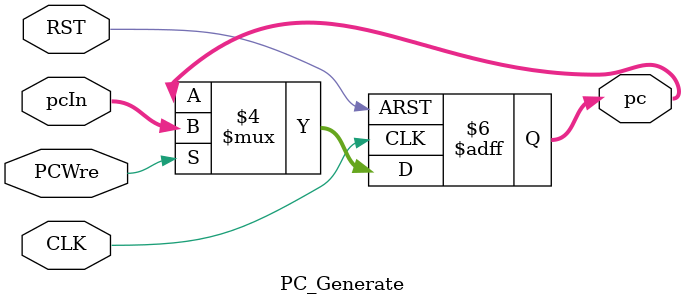
<source format=v>
`timescale 1ns / 1ps


module PC_Generate(
	input CLK,
    input RST,
    input PCWre,
    input [31:0]pcIn,
    output reg[31:0]pc
    );

    always @(posedge CLK or negedge RST) begin
        if (RST == 0) 
            pc <= 0;
        else if (PCWre == 1) begin
                pc <= pcIn;
            end
    end
endmodule

</source>
